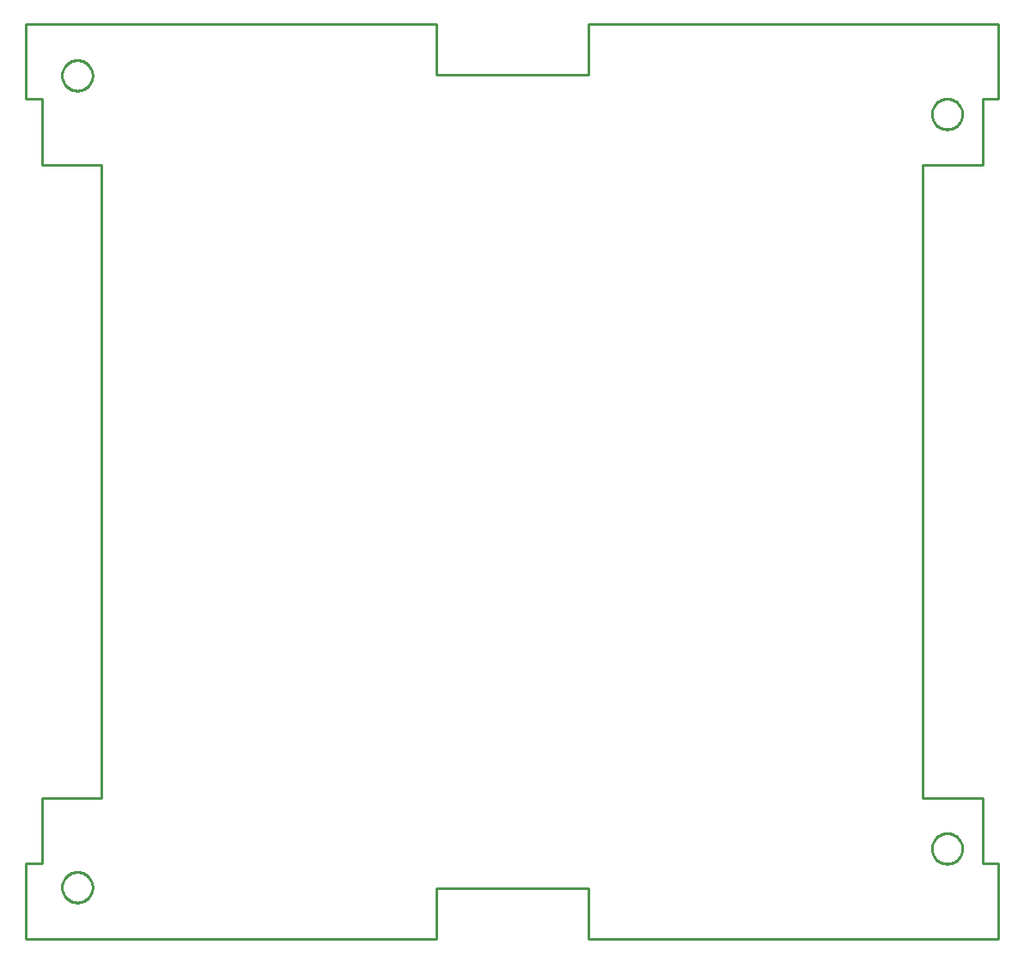
<source format=gbr>
G04 EAGLE Gerber RS-274X export*
G75*
%MOMM*%
%FSLAX34Y34*%
%LPD*%
%IN*%
%IPPOS*%
%AMOC8*
5,1,8,0,0,1.08239X$1,22.5*%
G01*
%ADD10C,0.254000*%


D10*
X0Y0D02*
X404450Y0D01*
X404450Y50000D01*
X554450Y50000D01*
X554450Y0D01*
X958900Y0D01*
X958900Y74000D01*
X942900Y74000D01*
X942900Y138900D01*
X883900Y138900D01*
X883900Y762800D01*
X942900Y762800D01*
X942900Y827700D01*
X958900Y827700D01*
X958900Y901700D01*
X554450Y901700D01*
X554450Y851700D01*
X404450Y851700D01*
X404450Y901700D01*
X0Y901700D01*
X0Y827700D01*
X16000Y827700D01*
X16000Y762800D01*
X75000Y762800D01*
X75000Y138900D01*
X16000Y138900D01*
X16000Y74000D01*
X0Y74000D01*
X0Y0D01*
X65800Y50264D02*
X65800Y51336D01*
X65724Y52404D01*
X65571Y53465D01*
X65343Y54512D01*
X65041Y55540D01*
X64667Y56544D01*
X64222Y57519D01*
X63708Y58459D01*
X63129Y59360D01*
X62487Y60218D01*
X61785Y61028D01*
X61028Y61785D01*
X60218Y62487D01*
X59360Y63129D01*
X58459Y63708D01*
X57519Y64222D01*
X56544Y64667D01*
X55540Y65041D01*
X54512Y65343D01*
X53465Y65571D01*
X52404Y65724D01*
X51336Y65800D01*
X50264Y65800D01*
X49196Y65724D01*
X48135Y65571D01*
X47088Y65343D01*
X46060Y65041D01*
X45056Y64667D01*
X44081Y64222D01*
X43141Y63708D01*
X42240Y63129D01*
X41382Y62487D01*
X40572Y61785D01*
X39815Y61028D01*
X39113Y60218D01*
X38471Y59360D01*
X37892Y58459D01*
X37378Y57519D01*
X36933Y56544D01*
X36559Y55540D01*
X36257Y54512D01*
X36029Y53465D01*
X35876Y52404D01*
X35800Y51336D01*
X35800Y50264D01*
X35876Y49196D01*
X36029Y48135D01*
X36257Y47088D01*
X36559Y46060D01*
X36933Y45056D01*
X37378Y44081D01*
X37892Y43141D01*
X38471Y42240D01*
X39113Y41382D01*
X39815Y40572D01*
X40572Y39815D01*
X41382Y39113D01*
X42240Y38471D01*
X43141Y37892D01*
X44081Y37378D01*
X45056Y36933D01*
X46060Y36559D01*
X47088Y36257D01*
X48135Y36029D01*
X49196Y35876D01*
X50264Y35800D01*
X51336Y35800D01*
X52404Y35876D01*
X53465Y36029D01*
X54512Y36257D01*
X55540Y36559D01*
X56544Y36933D01*
X57519Y37378D01*
X58459Y37892D01*
X59360Y38471D01*
X60218Y39113D01*
X61028Y39815D01*
X61785Y40572D01*
X62487Y41382D01*
X63129Y42240D01*
X63708Y43141D01*
X64222Y44081D01*
X64667Y45056D01*
X65041Y46060D01*
X65343Y47088D01*
X65571Y48135D01*
X65724Y49196D01*
X65800Y50264D01*
X923100Y812264D02*
X923100Y813336D01*
X923024Y814404D01*
X922871Y815465D01*
X922643Y816512D01*
X922341Y817540D01*
X921967Y818544D01*
X921522Y819519D01*
X921008Y820459D01*
X920429Y821360D01*
X919787Y822218D01*
X919085Y823028D01*
X918328Y823785D01*
X917518Y824487D01*
X916660Y825129D01*
X915759Y825708D01*
X914819Y826222D01*
X913844Y826667D01*
X912840Y827041D01*
X911812Y827343D01*
X910765Y827571D01*
X909704Y827724D01*
X908636Y827800D01*
X907564Y827800D01*
X906496Y827724D01*
X905435Y827571D01*
X904388Y827343D01*
X903360Y827041D01*
X902356Y826667D01*
X901381Y826222D01*
X900441Y825708D01*
X899540Y825129D01*
X898682Y824487D01*
X897872Y823785D01*
X897115Y823028D01*
X896413Y822218D01*
X895771Y821360D01*
X895192Y820459D01*
X894678Y819519D01*
X894233Y818544D01*
X893859Y817540D01*
X893557Y816512D01*
X893329Y815465D01*
X893176Y814404D01*
X893100Y813336D01*
X893100Y812264D01*
X893176Y811196D01*
X893329Y810135D01*
X893557Y809088D01*
X893859Y808060D01*
X894233Y807056D01*
X894678Y806081D01*
X895192Y805141D01*
X895771Y804240D01*
X896413Y803382D01*
X897115Y802572D01*
X897872Y801815D01*
X898682Y801113D01*
X899540Y800471D01*
X900441Y799892D01*
X901381Y799378D01*
X902356Y798933D01*
X903360Y798559D01*
X904388Y798257D01*
X905435Y798029D01*
X906496Y797876D01*
X907564Y797800D01*
X908636Y797800D01*
X909704Y797876D01*
X910765Y798029D01*
X911812Y798257D01*
X912840Y798559D01*
X913844Y798933D01*
X914819Y799378D01*
X915759Y799892D01*
X916660Y800471D01*
X917518Y801113D01*
X918328Y801815D01*
X919085Y802572D01*
X919787Y803382D01*
X920429Y804240D01*
X921008Y805141D01*
X921522Y806081D01*
X921967Y807056D01*
X922341Y808060D01*
X922643Y809088D01*
X922871Y810135D01*
X923024Y811196D01*
X923100Y812264D01*
X65800Y850364D02*
X65800Y851436D01*
X65724Y852504D01*
X65571Y853565D01*
X65343Y854612D01*
X65041Y855640D01*
X64667Y856644D01*
X64222Y857619D01*
X63708Y858559D01*
X63129Y859460D01*
X62487Y860318D01*
X61785Y861128D01*
X61028Y861885D01*
X60218Y862587D01*
X59360Y863229D01*
X58459Y863808D01*
X57519Y864322D01*
X56544Y864767D01*
X55540Y865141D01*
X54512Y865443D01*
X53465Y865671D01*
X52404Y865824D01*
X51336Y865900D01*
X50264Y865900D01*
X49196Y865824D01*
X48135Y865671D01*
X47088Y865443D01*
X46060Y865141D01*
X45056Y864767D01*
X44081Y864322D01*
X43141Y863808D01*
X42240Y863229D01*
X41382Y862587D01*
X40572Y861885D01*
X39815Y861128D01*
X39113Y860318D01*
X38471Y859460D01*
X37892Y858559D01*
X37378Y857619D01*
X36933Y856644D01*
X36559Y855640D01*
X36257Y854612D01*
X36029Y853565D01*
X35876Y852504D01*
X35800Y851436D01*
X35800Y850364D01*
X35876Y849296D01*
X36029Y848235D01*
X36257Y847188D01*
X36559Y846160D01*
X36933Y845156D01*
X37378Y844181D01*
X37892Y843241D01*
X38471Y842340D01*
X39113Y841482D01*
X39815Y840672D01*
X40572Y839915D01*
X41382Y839213D01*
X42240Y838571D01*
X43141Y837992D01*
X44081Y837478D01*
X45056Y837033D01*
X46060Y836659D01*
X47088Y836357D01*
X48135Y836129D01*
X49196Y835976D01*
X50264Y835900D01*
X51336Y835900D01*
X52404Y835976D01*
X53465Y836129D01*
X54512Y836357D01*
X55540Y836659D01*
X56544Y837033D01*
X57519Y837478D01*
X58459Y837992D01*
X59360Y838571D01*
X60218Y839213D01*
X61028Y839915D01*
X61785Y840672D01*
X62487Y841482D01*
X63129Y842340D01*
X63708Y843241D01*
X64222Y844181D01*
X64667Y845156D01*
X65041Y846160D01*
X65343Y847188D01*
X65571Y848235D01*
X65724Y849296D01*
X65800Y850364D01*
X923100Y88364D02*
X923100Y89436D01*
X923024Y90504D01*
X922871Y91565D01*
X922643Y92612D01*
X922341Y93640D01*
X921967Y94644D01*
X921522Y95619D01*
X921008Y96559D01*
X920429Y97460D01*
X919787Y98318D01*
X919085Y99128D01*
X918328Y99885D01*
X917518Y100587D01*
X916660Y101229D01*
X915759Y101808D01*
X914819Y102322D01*
X913844Y102767D01*
X912840Y103141D01*
X911812Y103443D01*
X910765Y103671D01*
X909704Y103824D01*
X908636Y103900D01*
X907564Y103900D01*
X906496Y103824D01*
X905435Y103671D01*
X904388Y103443D01*
X903360Y103141D01*
X902356Y102767D01*
X901381Y102322D01*
X900441Y101808D01*
X899540Y101229D01*
X898682Y100587D01*
X897872Y99885D01*
X897115Y99128D01*
X896413Y98318D01*
X895771Y97460D01*
X895192Y96559D01*
X894678Y95619D01*
X894233Y94644D01*
X893859Y93640D01*
X893557Y92612D01*
X893329Y91565D01*
X893176Y90504D01*
X893100Y89436D01*
X893100Y88364D01*
X893176Y87296D01*
X893329Y86235D01*
X893557Y85188D01*
X893859Y84160D01*
X894233Y83156D01*
X894678Y82181D01*
X895192Y81241D01*
X895771Y80340D01*
X896413Y79482D01*
X897115Y78672D01*
X897872Y77915D01*
X898682Y77213D01*
X899540Y76571D01*
X900441Y75992D01*
X901381Y75478D01*
X902356Y75033D01*
X903360Y74659D01*
X904388Y74357D01*
X905435Y74129D01*
X906496Y73976D01*
X907564Y73900D01*
X908636Y73900D01*
X909704Y73976D01*
X910765Y74129D01*
X911812Y74357D01*
X912840Y74659D01*
X913844Y75033D01*
X914819Y75478D01*
X915759Y75992D01*
X916660Y76571D01*
X917518Y77213D01*
X918328Y77915D01*
X919085Y78672D01*
X919787Y79482D01*
X920429Y80340D01*
X921008Y81241D01*
X921522Y82181D01*
X921967Y83156D01*
X922341Y84160D01*
X922643Y85188D01*
X922871Y86235D01*
X923024Y87296D01*
X923100Y88364D01*
M02*

</source>
